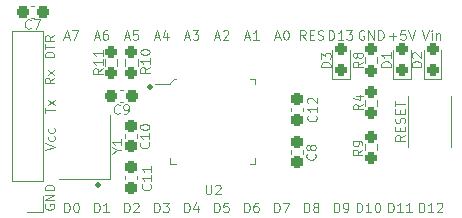
<source format=gto>
G04 #@! TF.GenerationSoftware,KiCad,Pcbnew,(6.0.11)*
G04 #@! TF.CreationDate,2023-03-04T17:47:10+01:00*
G04 #@! TF.ProjectId,ATMEGA328P_AU_BreadboardAdapter,41544d45-4741-4333-9238-505f41555f42,rev?*
G04 #@! TF.SameCoordinates,Original*
G04 #@! TF.FileFunction,Legend,Top*
G04 #@! TF.FilePolarity,Positive*
%FSLAX46Y46*%
G04 Gerber Fmt 4.6, Leading zero omitted, Abs format (unit mm)*
G04 Created by KiCad (PCBNEW (6.0.11)) date 2023-03-04 17:47:10*
%MOMM*%
%LPD*%
G01*
G04 APERTURE LIST*
G04 Aperture macros list*
%AMRoundRect*
0 Rectangle with rounded corners*
0 $1 Rounding radius*
0 $2 $3 $4 $5 $6 $7 $8 $9 X,Y pos of 4 corners*
0 Add a 4 corners polygon primitive as box body*
4,1,4,$2,$3,$4,$5,$6,$7,$8,$9,$2,$3,0*
0 Add four circle primitives for the rounded corners*
1,1,$1+$1,$2,$3*
1,1,$1+$1,$4,$5*
1,1,$1+$1,$6,$7*
1,1,$1+$1,$8,$9*
0 Add four rect primitives between the rounded corners*
20,1,$1+$1,$2,$3,$4,$5,0*
20,1,$1+$1,$4,$5,$6,$7,0*
20,1,$1+$1,$6,$7,$8,$9,0*
20,1,$1+$1,$8,$9,$2,$3,0*%
G04 Aperture macros list end*
%ADD10C,0.100000*%
%ADD11C,0.300000*%
%ADD12C,0.120000*%
%ADD13O,1.700000X1.700000*%
%ADD14RoundRect,0.237500X-0.237500X0.250000X-0.237500X-0.250000X0.237500X-0.250000X0.237500X0.250000X0*%
%ADD15RoundRect,0.237500X0.237500X-0.287500X0.237500X0.287500X-0.237500X0.287500X-0.237500X-0.287500X0*%
%ADD16RoundRect,0.237500X0.237500X-0.300000X0.237500X0.300000X-0.237500X0.300000X-0.237500X-0.300000X0*%
%ADD17R,1.725000X2.100000*%
%ADD18RoundRect,0.237500X-0.237500X0.300000X-0.237500X-0.300000X0.237500X-0.300000X0.237500X0.300000X0*%
%ADD19RoundRect,0.237500X0.237500X-0.250000X0.237500X0.250000X-0.237500X0.250000X-0.237500X-0.250000X0*%
%ADD20RoundRect,0.237500X-0.300000X-0.237500X0.300000X-0.237500X0.300000X0.237500X-0.300000X0.237500X0*%
%ADD21R,1.200000X1.600000*%
%ADD22C,0.700000*%
%ADD23R,1.700000X1.700000*%
%ADD24R,1.500000X0.550000*%
%ADD25R,0.550000X1.500000*%
G04 APERTURE END LIST*
D10*
X161291904Y-81182380D02*
X161291904Y-80725238D01*
X162091904Y-80953809D02*
X161291904Y-80953809D01*
X162091904Y-80534761D02*
X161558571Y-80115714D01*
X161558571Y-80534761D02*
X162091904Y-80115714D01*
D11*
X170150000Y-78935714D02*
X170221428Y-79007142D01*
X170150000Y-79078571D01*
X170078571Y-79007142D01*
X170150000Y-78935714D01*
X170150000Y-79078571D01*
D10*
X161325000Y-88934523D02*
X161286904Y-89010714D01*
X161286904Y-89125000D01*
X161325000Y-89239285D01*
X161401190Y-89315476D01*
X161477380Y-89353571D01*
X161629761Y-89391666D01*
X161744047Y-89391666D01*
X161896428Y-89353571D01*
X161972619Y-89315476D01*
X162048809Y-89239285D01*
X162086904Y-89125000D01*
X162086904Y-89048809D01*
X162048809Y-88934523D01*
X162010714Y-88896428D01*
X161744047Y-88896428D01*
X161744047Y-89048809D01*
X162086904Y-88553571D02*
X161286904Y-88553571D01*
X162086904Y-88096428D01*
X161286904Y-88096428D01*
X162086904Y-87715476D02*
X161286904Y-87715476D01*
X161286904Y-87525000D01*
X161325000Y-87410714D01*
X161401190Y-87334523D01*
X161477380Y-87296428D01*
X161629761Y-87258333D01*
X161744047Y-87258333D01*
X161896428Y-87296428D01*
X161972619Y-87334523D01*
X162048809Y-87410714D01*
X162086904Y-87525000D01*
X162086904Y-87715476D01*
X185328571Y-74986904D02*
X185328571Y-74186904D01*
X185519047Y-74186904D01*
X185633333Y-74225000D01*
X185709523Y-74301190D01*
X185747619Y-74377380D01*
X185785714Y-74529761D01*
X185785714Y-74644047D01*
X185747619Y-74796428D01*
X185709523Y-74872619D01*
X185633333Y-74948809D01*
X185519047Y-74986904D01*
X185328571Y-74986904D01*
X186547619Y-74986904D02*
X186090476Y-74986904D01*
X186319047Y-74986904D02*
X186319047Y-74186904D01*
X186242857Y-74301190D01*
X186166666Y-74377380D01*
X186090476Y-74415476D01*
X186814285Y-74186904D02*
X187309523Y-74186904D01*
X187042857Y-74491666D01*
X187157142Y-74491666D01*
X187233333Y-74529761D01*
X187271428Y-74567857D01*
X187309523Y-74644047D01*
X187309523Y-74834523D01*
X187271428Y-74910714D01*
X187233333Y-74948809D01*
X187157142Y-74986904D01*
X186928571Y-74986904D01*
X186852380Y-74948809D01*
X186814285Y-74910714D01*
X173078967Y-89586904D02*
X173078967Y-88786904D01*
X173269444Y-88786904D01*
X173383729Y-88825000D01*
X173459920Y-88901190D01*
X173498015Y-88977380D01*
X173536110Y-89129761D01*
X173536110Y-89244047D01*
X173498015Y-89396428D01*
X173459920Y-89472619D01*
X173383729Y-89548809D01*
X173269444Y-89586904D01*
X173078967Y-89586904D01*
X174221824Y-89053571D02*
X174221824Y-89586904D01*
X174031348Y-88748809D02*
X173840872Y-89320238D01*
X174336110Y-89320238D01*
X165478571Y-74758333D02*
X165859523Y-74758333D01*
X165402380Y-74986904D02*
X165669047Y-74186904D01*
X165935714Y-74986904D01*
X166545238Y-74186904D02*
X166392857Y-74186904D01*
X166316666Y-74225000D01*
X166278571Y-74263095D01*
X166202380Y-74377380D01*
X166164285Y-74529761D01*
X166164285Y-74834523D01*
X166202380Y-74910714D01*
X166240476Y-74948809D01*
X166316666Y-74986904D01*
X166469047Y-74986904D01*
X166545238Y-74948809D01*
X166583333Y-74910714D01*
X166621428Y-74834523D01*
X166621428Y-74644047D01*
X166583333Y-74567857D01*
X166545238Y-74529761D01*
X166469047Y-74491666D01*
X166316666Y-74491666D01*
X166240476Y-74529761D01*
X166202380Y-74567857D01*
X166164285Y-74644047D01*
X180778571Y-74758333D02*
X181159523Y-74758333D01*
X180702380Y-74986904D02*
X180969047Y-74186904D01*
X181235714Y-74986904D01*
X181654761Y-74186904D02*
X181730952Y-74186904D01*
X181807142Y-74225000D01*
X181845238Y-74263095D01*
X181883333Y-74339285D01*
X181921428Y-74491666D01*
X181921428Y-74682142D01*
X181883333Y-74834523D01*
X181845238Y-74910714D01*
X181807142Y-74948809D01*
X181730952Y-74986904D01*
X181654761Y-74986904D01*
X181578571Y-74948809D01*
X181540476Y-74910714D01*
X181502380Y-74834523D01*
X181464285Y-74682142D01*
X181464285Y-74491666D01*
X181502380Y-74339285D01*
X181540476Y-74263095D01*
X181578571Y-74225000D01*
X181654761Y-74186904D01*
X188290476Y-74225000D02*
X188214285Y-74186904D01*
X188100000Y-74186904D01*
X187985714Y-74225000D01*
X187909523Y-74301190D01*
X187871428Y-74377380D01*
X187833333Y-74529761D01*
X187833333Y-74644047D01*
X187871428Y-74796428D01*
X187909523Y-74872619D01*
X187985714Y-74948809D01*
X188100000Y-74986904D01*
X188176190Y-74986904D01*
X188290476Y-74948809D01*
X188328571Y-74910714D01*
X188328571Y-74644047D01*
X188176190Y-74644047D01*
X188671428Y-74986904D02*
X188671428Y-74186904D01*
X189128571Y-74986904D01*
X189128571Y-74186904D01*
X189509523Y-74986904D02*
X189509523Y-74186904D01*
X189700000Y-74186904D01*
X189814285Y-74225000D01*
X189890476Y-74301190D01*
X189928571Y-74377380D01*
X189966666Y-74529761D01*
X189966666Y-74644047D01*
X189928571Y-74796428D01*
X189890476Y-74872619D01*
X189814285Y-74948809D01*
X189700000Y-74986904D01*
X189509523Y-74986904D01*
X175678571Y-74758333D02*
X176059523Y-74758333D01*
X175602380Y-74986904D02*
X175869047Y-74186904D01*
X176135714Y-74986904D01*
X176364285Y-74263095D02*
X176402380Y-74225000D01*
X176478571Y-74186904D01*
X176669047Y-74186904D01*
X176745238Y-74225000D01*
X176783333Y-74263095D01*
X176821428Y-74339285D01*
X176821428Y-74415476D01*
X176783333Y-74529761D01*
X176326190Y-74986904D01*
X176821428Y-74986904D01*
X190421428Y-74682142D02*
X191030952Y-74682142D01*
X190726190Y-74986904D02*
X190726190Y-74377380D01*
X191792857Y-74186904D02*
X191411904Y-74186904D01*
X191373809Y-74567857D01*
X191411904Y-74529761D01*
X191488095Y-74491666D01*
X191678571Y-74491666D01*
X191754761Y-74529761D01*
X191792857Y-74567857D01*
X191830952Y-74644047D01*
X191830952Y-74834523D01*
X191792857Y-74910714D01*
X191754761Y-74948809D01*
X191678571Y-74986904D01*
X191488095Y-74986904D01*
X191411904Y-74948809D01*
X191373809Y-74910714D01*
X192059523Y-74186904D02*
X192326190Y-74986904D01*
X192592857Y-74186904D01*
X162086904Y-78201190D02*
X161705952Y-78467857D01*
X162086904Y-78658333D02*
X161286904Y-78658333D01*
X161286904Y-78353571D01*
X161325000Y-78277380D01*
X161363095Y-78239285D01*
X161439285Y-78201190D01*
X161553571Y-78201190D01*
X161629761Y-78239285D01*
X161667857Y-78277380D01*
X161705952Y-78353571D01*
X161705952Y-78658333D01*
X162086904Y-77934523D02*
X161553571Y-77515476D01*
X161553571Y-77934523D02*
X162086904Y-77515476D01*
X170578571Y-74758333D02*
X170959523Y-74758333D01*
X170502380Y-74986904D02*
X170769047Y-74186904D01*
X171035714Y-74986904D01*
X171645238Y-74453571D02*
X171645238Y-74986904D01*
X171454761Y-74148809D02*
X171264285Y-74720238D01*
X171759523Y-74720238D01*
X193230952Y-74186904D02*
X193497619Y-74986904D01*
X193764285Y-74186904D01*
X194030952Y-74986904D02*
X194030952Y-74453571D01*
X194030952Y-74186904D02*
X193992857Y-74225000D01*
X194030952Y-74263095D01*
X194069047Y-74225000D01*
X194030952Y-74186904D01*
X194030952Y-74263095D01*
X194411904Y-74453571D02*
X194411904Y-74986904D01*
X194411904Y-74529761D02*
X194450000Y-74491666D01*
X194526190Y-74453571D01*
X194640476Y-74453571D01*
X194716666Y-74491666D01*
X194754761Y-74567857D01*
X194754761Y-74986904D01*
X183354761Y-74986904D02*
X183088095Y-74605952D01*
X182897619Y-74986904D02*
X182897619Y-74186904D01*
X183202380Y-74186904D01*
X183278571Y-74225000D01*
X183316666Y-74263095D01*
X183354761Y-74339285D01*
X183354761Y-74453571D01*
X183316666Y-74529761D01*
X183278571Y-74567857D01*
X183202380Y-74605952D01*
X182897619Y-74605952D01*
X183697619Y-74567857D02*
X183964285Y-74567857D01*
X184078571Y-74986904D02*
X183697619Y-74986904D01*
X183697619Y-74186904D01*
X184078571Y-74186904D01*
X184383333Y-74948809D02*
X184497619Y-74986904D01*
X184688095Y-74986904D01*
X184764285Y-74948809D01*
X184802380Y-74910714D01*
X184840476Y-74834523D01*
X184840476Y-74758333D01*
X184802380Y-74682142D01*
X184764285Y-74644047D01*
X184688095Y-74605952D01*
X184535714Y-74567857D01*
X184459523Y-74529761D01*
X184421428Y-74491666D01*
X184383333Y-74415476D01*
X184383333Y-74339285D01*
X184421428Y-74263095D01*
X184459523Y-74225000D01*
X184535714Y-74186904D01*
X184726190Y-74186904D01*
X184840476Y-74225000D01*
X187678571Y-89586904D02*
X187678571Y-88786904D01*
X187869047Y-88786904D01*
X187983333Y-88825000D01*
X188059523Y-88901190D01*
X188097619Y-88977380D01*
X188135714Y-89129761D01*
X188135714Y-89244047D01*
X188097619Y-89396428D01*
X188059523Y-89472619D01*
X187983333Y-89548809D01*
X187869047Y-89586904D01*
X187678571Y-89586904D01*
X188897619Y-89586904D02*
X188440476Y-89586904D01*
X188669047Y-89586904D02*
X188669047Y-88786904D01*
X188592857Y-88901190D01*
X188516666Y-88977380D01*
X188440476Y-89015476D01*
X189392857Y-88786904D02*
X189469047Y-88786904D01*
X189545238Y-88825000D01*
X189583333Y-88863095D01*
X189621428Y-88939285D01*
X189659523Y-89091666D01*
X189659523Y-89282142D01*
X189621428Y-89434523D01*
X189583333Y-89510714D01*
X189545238Y-89548809D01*
X189469047Y-89586904D01*
X189392857Y-89586904D01*
X189316666Y-89548809D01*
X189278571Y-89510714D01*
X189240476Y-89434523D01*
X189202380Y-89282142D01*
X189202380Y-89091666D01*
X189240476Y-88939285D01*
X189278571Y-88863095D01*
X189316666Y-88825000D01*
X189392857Y-88786904D01*
X180687300Y-89586904D02*
X180687300Y-88786904D01*
X180877777Y-88786904D01*
X180992062Y-88825000D01*
X181068253Y-88901190D01*
X181106348Y-88977380D01*
X181144443Y-89129761D01*
X181144443Y-89244047D01*
X181106348Y-89396428D01*
X181068253Y-89472619D01*
X180992062Y-89548809D01*
X180877777Y-89586904D01*
X180687300Y-89586904D01*
X181411110Y-88786904D02*
X181944443Y-88786904D01*
X181601586Y-89586904D01*
X192953571Y-89586904D02*
X192953571Y-88786904D01*
X193144047Y-88786904D01*
X193258333Y-88825000D01*
X193334523Y-88901190D01*
X193372619Y-88977380D01*
X193410714Y-89129761D01*
X193410714Y-89244047D01*
X193372619Y-89396428D01*
X193334523Y-89472619D01*
X193258333Y-89548809D01*
X193144047Y-89586904D01*
X192953571Y-89586904D01*
X194172619Y-89586904D02*
X193715476Y-89586904D01*
X193944047Y-89586904D02*
X193944047Y-88786904D01*
X193867857Y-88901190D01*
X193791666Y-88977380D01*
X193715476Y-89015476D01*
X194477380Y-88863095D02*
X194515476Y-88825000D01*
X194591666Y-88786904D01*
X194782142Y-88786904D01*
X194858333Y-88825000D01*
X194896428Y-88863095D01*
X194934523Y-88939285D01*
X194934523Y-89015476D01*
X194896428Y-89129761D01*
X194439285Y-89586904D01*
X194934523Y-89586904D01*
X161291904Y-84292380D02*
X162091904Y-84025714D01*
X161291904Y-83759047D01*
X162053809Y-83149523D02*
X162091904Y-83225714D01*
X162091904Y-83378095D01*
X162053809Y-83454285D01*
X162015714Y-83492380D01*
X161939523Y-83530476D01*
X161710952Y-83530476D01*
X161634761Y-83492380D01*
X161596666Y-83454285D01*
X161558571Y-83378095D01*
X161558571Y-83225714D01*
X161596666Y-83149523D01*
X162053809Y-82463809D02*
X162091904Y-82540000D01*
X162091904Y-82692380D01*
X162053809Y-82768571D01*
X162015714Y-82806666D01*
X161939523Y-82844761D01*
X161710952Y-82844761D01*
X161634761Y-82806666D01*
X161596666Y-82768571D01*
X161558571Y-82692380D01*
X161558571Y-82540000D01*
X161596666Y-82463809D01*
X162934523Y-89586904D02*
X162934523Y-88786904D01*
X163125000Y-88786904D01*
X163239285Y-88825000D01*
X163315476Y-88901190D01*
X163353571Y-88977380D01*
X163391666Y-89129761D01*
X163391666Y-89244047D01*
X163353571Y-89396428D01*
X163315476Y-89472619D01*
X163239285Y-89548809D01*
X163125000Y-89586904D01*
X162934523Y-89586904D01*
X163886904Y-88786904D02*
X163963095Y-88786904D01*
X164039285Y-88825000D01*
X164077380Y-88863095D01*
X164115476Y-88939285D01*
X164153571Y-89091666D01*
X164153571Y-89282142D01*
X164115476Y-89434523D01*
X164077380Y-89510714D01*
X164039285Y-89548809D01*
X163963095Y-89586904D01*
X163886904Y-89586904D01*
X163810714Y-89548809D01*
X163772619Y-89510714D01*
X163734523Y-89434523D01*
X163696428Y-89282142D01*
X163696428Y-89091666D01*
X163734523Y-88939285D01*
X163772619Y-88863095D01*
X163810714Y-88825000D01*
X163886904Y-88786904D01*
X178228571Y-74758333D02*
X178609523Y-74758333D01*
X178152380Y-74986904D02*
X178419047Y-74186904D01*
X178685714Y-74986904D01*
X179371428Y-74986904D02*
X178914285Y-74986904D01*
X179142857Y-74986904D02*
X179142857Y-74186904D01*
X179066666Y-74301190D01*
X178990476Y-74377380D01*
X178914285Y-74415476D01*
X168028571Y-74758333D02*
X168409523Y-74758333D01*
X167952380Y-74986904D02*
X168219047Y-74186904D01*
X168485714Y-74986904D01*
X169133333Y-74186904D02*
X168752380Y-74186904D01*
X168714285Y-74567857D01*
X168752380Y-74529761D01*
X168828571Y-74491666D01*
X169019047Y-74491666D01*
X169095238Y-74529761D01*
X169133333Y-74567857D01*
X169171428Y-74644047D01*
X169171428Y-74834523D01*
X169133333Y-74910714D01*
X169095238Y-74948809D01*
X169019047Y-74986904D01*
X168828571Y-74986904D01*
X168752380Y-74948809D01*
X168714285Y-74910714D01*
X162928571Y-74758333D02*
X163309523Y-74758333D01*
X162852380Y-74986904D02*
X163119047Y-74186904D01*
X163385714Y-74986904D01*
X163576190Y-74186904D02*
X164109523Y-74186904D01*
X163766666Y-74986904D01*
X165470634Y-89586904D02*
X165470634Y-88786904D01*
X165661111Y-88786904D01*
X165775396Y-88825000D01*
X165851587Y-88901190D01*
X165889682Y-88977380D01*
X165927777Y-89129761D01*
X165927777Y-89244047D01*
X165889682Y-89396428D01*
X165851587Y-89472619D01*
X165775396Y-89548809D01*
X165661111Y-89586904D01*
X165470634Y-89586904D01*
X166689682Y-89586904D02*
X166232539Y-89586904D01*
X166461111Y-89586904D02*
X166461111Y-88786904D01*
X166384920Y-88901190D01*
X166308730Y-88977380D01*
X166232539Y-89015476D01*
D11*
X165800000Y-87185714D02*
X165871428Y-87257142D01*
X165800000Y-87328571D01*
X165728571Y-87257142D01*
X165800000Y-87185714D01*
X165800000Y-87328571D01*
D10*
X191761904Y-83061904D02*
X191380952Y-83328571D01*
X191761904Y-83519047D02*
X190961904Y-83519047D01*
X190961904Y-83214285D01*
X191000000Y-83138095D01*
X191038095Y-83100000D01*
X191114285Y-83061904D01*
X191228571Y-83061904D01*
X191304761Y-83100000D01*
X191342857Y-83138095D01*
X191380952Y-83214285D01*
X191380952Y-83519047D01*
X191342857Y-82719047D02*
X191342857Y-82452380D01*
X191761904Y-82338095D02*
X191761904Y-82719047D01*
X190961904Y-82719047D01*
X190961904Y-82338095D01*
X191723809Y-82033333D02*
X191761904Y-81919047D01*
X191761904Y-81728571D01*
X191723809Y-81652380D01*
X191685714Y-81614285D01*
X191609523Y-81576190D01*
X191533333Y-81576190D01*
X191457142Y-81614285D01*
X191419047Y-81652380D01*
X191380952Y-81728571D01*
X191342857Y-81880952D01*
X191304761Y-81957142D01*
X191266666Y-81995238D01*
X191190476Y-82033333D01*
X191114285Y-82033333D01*
X191038095Y-81995238D01*
X191000000Y-81957142D01*
X190961904Y-81880952D01*
X190961904Y-81690476D01*
X191000000Y-81576190D01*
X191342857Y-81233333D02*
X191342857Y-80966666D01*
X191761904Y-80852380D02*
X191761904Y-81233333D01*
X190961904Y-81233333D01*
X190961904Y-80852380D01*
X190961904Y-80623809D02*
X190961904Y-80166666D01*
X191761904Y-80395238D02*
X190961904Y-80395238D01*
X162086904Y-76474285D02*
X161286904Y-76474285D01*
X161286904Y-76283809D01*
X161325000Y-76169523D01*
X161401190Y-76093333D01*
X161477380Y-76055238D01*
X161629761Y-76017142D01*
X161744047Y-76017142D01*
X161896428Y-76055238D01*
X161972619Y-76093333D01*
X162048809Y-76169523D01*
X162086904Y-76283809D01*
X162086904Y-76474285D01*
X161286904Y-75788571D02*
X161286904Y-75331428D01*
X162086904Y-75560000D02*
X161286904Y-75560000D01*
X162086904Y-74607619D02*
X161705952Y-74874285D01*
X162086904Y-75064761D02*
X161286904Y-75064761D01*
X161286904Y-74760000D01*
X161325000Y-74683809D01*
X161363095Y-74645714D01*
X161439285Y-74607619D01*
X161553571Y-74607619D01*
X161629761Y-74645714D01*
X161667857Y-74683809D01*
X161705952Y-74760000D01*
X161705952Y-75064761D01*
X190353571Y-89586904D02*
X190353571Y-88786904D01*
X190544047Y-88786904D01*
X190658333Y-88825000D01*
X190734523Y-88901190D01*
X190772619Y-88977380D01*
X190810714Y-89129761D01*
X190810714Y-89244047D01*
X190772619Y-89396428D01*
X190734523Y-89472619D01*
X190658333Y-89548809D01*
X190544047Y-89586904D01*
X190353571Y-89586904D01*
X191572619Y-89586904D02*
X191115476Y-89586904D01*
X191344047Y-89586904D02*
X191344047Y-88786904D01*
X191267857Y-88901190D01*
X191191666Y-88977380D01*
X191115476Y-89015476D01*
X192334523Y-89586904D02*
X191877380Y-89586904D01*
X192105952Y-89586904D02*
X192105952Y-88786904D01*
X192029761Y-88901190D01*
X191953571Y-88977380D01*
X191877380Y-89015476D01*
X168006745Y-89586904D02*
X168006745Y-88786904D01*
X168197222Y-88786904D01*
X168311507Y-88825000D01*
X168387698Y-88901190D01*
X168425793Y-88977380D01*
X168463888Y-89129761D01*
X168463888Y-89244047D01*
X168425793Y-89396428D01*
X168387698Y-89472619D01*
X168311507Y-89548809D01*
X168197222Y-89586904D01*
X168006745Y-89586904D01*
X168768650Y-88863095D02*
X168806745Y-88825000D01*
X168882936Y-88786904D01*
X169073412Y-88786904D01*
X169149602Y-88825000D01*
X169187698Y-88863095D01*
X169225793Y-88939285D01*
X169225793Y-89015476D01*
X169187698Y-89129761D01*
X168730555Y-89586904D01*
X169225793Y-89586904D01*
X175615078Y-89586904D02*
X175615078Y-88786904D01*
X175805555Y-88786904D01*
X175919840Y-88825000D01*
X175996031Y-88901190D01*
X176034126Y-88977380D01*
X176072221Y-89129761D01*
X176072221Y-89244047D01*
X176034126Y-89396428D01*
X175996031Y-89472619D01*
X175919840Y-89548809D01*
X175805555Y-89586904D01*
X175615078Y-89586904D01*
X176796031Y-88786904D02*
X176415078Y-88786904D01*
X176376983Y-89167857D01*
X176415078Y-89129761D01*
X176491269Y-89091666D01*
X176681745Y-89091666D01*
X176757935Y-89129761D01*
X176796031Y-89167857D01*
X176834126Y-89244047D01*
X176834126Y-89434523D01*
X176796031Y-89510714D01*
X176757935Y-89548809D01*
X176681745Y-89586904D01*
X176491269Y-89586904D01*
X176415078Y-89548809D01*
X176376983Y-89510714D01*
X173128571Y-74758333D02*
X173509523Y-74758333D01*
X173052380Y-74986904D02*
X173319047Y-74186904D01*
X173585714Y-74986904D01*
X173776190Y-74186904D02*
X174271428Y-74186904D01*
X174004761Y-74491666D01*
X174119047Y-74491666D01*
X174195238Y-74529761D01*
X174233333Y-74567857D01*
X174271428Y-74644047D01*
X174271428Y-74834523D01*
X174233333Y-74910714D01*
X174195238Y-74948809D01*
X174119047Y-74986904D01*
X173890476Y-74986904D01*
X173814285Y-74948809D01*
X173776190Y-74910714D01*
X185759523Y-89586904D02*
X185759523Y-88786904D01*
X185950000Y-88786904D01*
X186064285Y-88825000D01*
X186140476Y-88901190D01*
X186178571Y-88977380D01*
X186216666Y-89129761D01*
X186216666Y-89244047D01*
X186178571Y-89396428D01*
X186140476Y-89472619D01*
X186064285Y-89548809D01*
X185950000Y-89586904D01*
X185759523Y-89586904D01*
X186597619Y-89586904D02*
X186750000Y-89586904D01*
X186826190Y-89548809D01*
X186864285Y-89510714D01*
X186940476Y-89396428D01*
X186978571Y-89244047D01*
X186978571Y-88939285D01*
X186940476Y-88863095D01*
X186902380Y-88825000D01*
X186826190Y-88786904D01*
X186673809Y-88786904D01*
X186597619Y-88825000D01*
X186559523Y-88863095D01*
X186521428Y-88939285D01*
X186521428Y-89129761D01*
X186559523Y-89205952D01*
X186597619Y-89244047D01*
X186673809Y-89282142D01*
X186826190Y-89282142D01*
X186902380Y-89244047D01*
X186940476Y-89205952D01*
X186978571Y-89129761D01*
X178151189Y-89586904D02*
X178151189Y-88786904D01*
X178341666Y-88786904D01*
X178455951Y-88825000D01*
X178532142Y-88901190D01*
X178570237Y-88977380D01*
X178608332Y-89129761D01*
X178608332Y-89244047D01*
X178570237Y-89396428D01*
X178532142Y-89472619D01*
X178455951Y-89548809D01*
X178341666Y-89586904D01*
X178151189Y-89586904D01*
X179294046Y-88786904D02*
X179141666Y-88786904D01*
X179065475Y-88825000D01*
X179027380Y-88863095D01*
X178951189Y-88977380D01*
X178913094Y-89129761D01*
X178913094Y-89434523D01*
X178951189Y-89510714D01*
X178989285Y-89548809D01*
X179065475Y-89586904D01*
X179217856Y-89586904D01*
X179294046Y-89548809D01*
X179332142Y-89510714D01*
X179370237Y-89434523D01*
X179370237Y-89244047D01*
X179332142Y-89167857D01*
X179294046Y-89129761D01*
X179217856Y-89091666D01*
X179065475Y-89091666D01*
X178989285Y-89129761D01*
X178951189Y-89167857D01*
X178913094Y-89244047D01*
X183223411Y-89586904D02*
X183223411Y-88786904D01*
X183413888Y-88786904D01*
X183528173Y-88825000D01*
X183604364Y-88901190D01*
X183642459Y-88977380D01*
X183680554Y-89129761D01*
X183680554Y-89244047D01*
X183642459Y-89396428D01*
X183604364Y-89472619D01*
X183528173Y-89548809D01*
X183413888Y-89586904D01*
X183223411Y-89586904D01*
X184137697Y-89129761D02*
X184061507Y-89091666D01*
X184023411Y-89053571D01*
X183985316Y-88977380D01*
X183985316Y-88939285D01*
X184023411Y-88863095D01*
X184061507Y-88825000D01*
X184137697Y-88786904D01*
X184290078Y-88786904D01*
X184366268Y-88825000D01*
X184404364Y-88863095D01*
X184442459Y-88939285D01*
X184442459Y-88977380D01*
X184404364Y-89053571D01*
X184366268Y-89091666D01*
X184290078Y-89129761D01*
X184137697Y-89129761D01*
X184061507Y-89167857D01*
X184023411Y-89205952D01*
X183985316Y-89282142D01*
X183985316Y-89434523D01*
X184023411Y-89510714D01*
X184061507Y-89548809D01*
X184137697Y-89586904D01*
X184290078Y-89586904D01*
X184366268Y-89548809D01*
X184404364Y-89510714D01*
X184442459Y-89434523D01*
X184442459Y-89282142D01*
X184404364Y-89205952D01*
X184366268Y-89167857D01*
X184290078Y-89129761D01*
X170542856Y-89586904D02*
X170542856Y-88786904D01*
X170733333Y-88786904D01*
X170847618Y-88825000D01*
X170923809Y-88901190D01*
X170961904Y-88977380D01*
X170999999Y-89129761D01*
X170999999Y-89244047D01*
X170961904Y-89396428D01*
X170923809Y-89472619D01*
X170847618Y-89548809D01*
X170733333Y-89586904D01*
X170542856Y-89586904D01*
X171266666Y-88786904D02*
X171761904Y-88786904D01*
X171495237Y-89091666D01*
X171609523Y-89091666D01*
X171685713Y-89129761D01*
X171723809Y-89167857D01*
X171761904Y-89244047D01*
X171761904Y-89434523D01*
X171723809Y-89510714D01*
X171685713Y-89548809D01*
X171609523Y-89586904D01*
X171380952Y-89586904D01*
X171304761Y-89548809D01*
X171266666Y-89510714D01*
X188191904Y-80433333D02*
X187810952Y-80700000D01*
X188191904Y-80890476D02*
X187391904Y-80890476D01*
X187391904Y-80585714D01*
X187430000Y-80509523D01*
X187468095Y-80471428D01*
X187544285Y-80433333D01*
X187658571Y-80433333D01*
X187734761Y-80471428D01*
X187772857Y-80509523D01*
X187810952Y-80585714D01*
X187810952Y-80890476D01*
X187658571Y-79747619D02*
X188191904Y-79747619D01*
X187353809Y-79938095D02*
X187925238Y-80128571D01*
X187925238Y-79633333D01*
X190561904Y-77265476D02*
X189761904Y-77265476D01*
X189761904Y-77075000D01*
X189800000Y-76960714D01*
X189876190Y-76884523D01*
X189952380Y-76846428D01*
X190104761Y-76808333D01*
X190219047Y-76808333D01*
X190371428Y-76846428D01*
X190447619Y-76884523D01*
X190523809Y-76960714D01*
X190561904Y-77075000D01*
X190561904Y-77265476D01*
X190561904Y-76046428D02*
X190561904Y-76503571D01*
X190561904Y-76275000D02*
X189761904Y-76275000D01*
X189876190Y-76351190D01*
X189952380Y-76427380D01*
X189990476Y-76503571D01*
X193161904Y-77265476D02*
X192361904Y-77265476D01*
X192361904Y-77075000D01*
X192400000Y-76960714D01*
X192476190Y-76884523D01*
X192552380Y-76846428D01*
X192704761Y-76808333D01*
X192819047Y-76808333D01*
X192971428Y-76846428D01*
X193047619Y-76884523D01*
X193123809Y-76960714D01*
X193161904Y-77075000D01*
X193161904Y-77265476D01*
X192438095Y-76503571D02*
X192400000Y-76465476D01*
X192361904Y-76389285D01*
X192361904Y-76198809D01*
X192400000Y-76122619D01*
X192438095Y-76084523D01*
X192514285Y-76046428D01*
X192590476Y-76046428D01*
X192704761Y-76084523D01*
X193161904Y-76541666D01*
X193161904Y-76046428D01*
X188161904Y-84283333D02*
X187780952Y-84550000D01*
X188161904Y-84740476D02*
X187361904Y-84740476D01*
X187361904Y-84435714D01*
X187400000Y-84359523D01*
X187438095Y-84321428D01*
X187514285Y-84283333D01*
X187628571Y-84283333D01*
X187704761Y-84321428D01*
X187742857Y-84359523D01*
X187780952Y-84435714D01*
X187780952Y-84740476D01*
X188161904Y-83902380D02*
X188161904Y-83750000D01*
X188123809Y-83673809D01*
X188085714Y-83635714D01*
X187971428Y-83559523D01*
X187819047Y-83521428D01*
X187514285Y-83521428D01*
X187438095Y-83559523D01*
X187400000Y-83597619D01*
X187361904Y-83673809D01*
X187361904Y-83826190D01*
X187400000Y-83902380D01*
X187438095Y-83940476D01*
X187514285Y-83978571D01*
X187704761Y-83978571D01*
X187780952Y-83940476D01*
X187819047Y-83902380D01*
X187857142Y-83826190D01*
X187857142Y-83673809D01*
X187819047Y-83597619D01*
X187780952Y-83559523D01*
X187704761Y-83521428D01*
X188191904Y-76830833D02*
X187810952Y-77097500D01*
X188191904Y-77287976D02*
X187391904Y-77287976D01*
X187391904Y-76983214D01*
X187430000Y-76907023D01*
X187468095Y-76868928D01*
X187544285Y-76830833D01*
X187658571Y-76830833D01*
X187734761Y-76868928D01*
X187772857Y-76907023D01*
X187810952Y-76983214D01*
X187810952Y-77287976D01*
X187734761Y-76373690D02*
X187696666Y-76449880D01*
X187658571Y-76487976D01*
X187582380Y-76526071D01*
X187544285Y-76526071D01*
X187468095Y-76487976D01*
X187430000Y-76449880D01*
X187391904Y-76373690D01*
X187391904Y-76221309D01*
X187430000Y-76145119D01*
X187468095Y-76107023D01*
X187544285Y-76068928D01*
X187582380Y-76068928D01*
X187658571Y-76107023D01*
X187696666Y-76145119D01*
X187734761Y-76221309D01*
X187734761Y-76373690D01*
X187772857Y-76449880D01*
X187810952Y-76487976D01*
X187887142Y-76526071D01*
X188039523Y-76526071D01*
X188115714Y-76487976D01*
X188153809Y-76449880D01*
X188191904Y-76373690D01*
X188191904Y-76221309D01*
X188153809Y-76145119D01*
X188115714Y-76107023D01*
X188039523Y-76068928D01*
X187887142Y-76068928D01*
X187810952Y-76107023D01*
X187772857Y-76145119D01*
X187734761Y-76221309D01*
X170055714Y-83654285D02*
X170093809Y-83692380D01*
X170131904Y-83806666D01*
X170131904Y-83882857D01*
X170093809Y-83997142D01*
X170017619Y-84073333D01*
X169941428Y-84111428D01*
X169789047Y-84149523D01*
X169674761Y-84149523D01*
X169522380Y-84111428D01*
X169446190Y-84073333D01*
X169370000Y-83997142D01*
X169331904Y-83882857D01*
X169331904Y-83806666D01*
X169370000Y-83692380D01*
X169408095Y-83654285D01*
X170131904Y-82892380D02*
X170131904Y-83349523D01*
X170131904Y-83120952D02*
X169331904Y-83120952D01*
X169446190Y-83197142D01*
X169522380Y-83273333D01*
X169560476Y-83349523D01*
X169331904Y-82397142D02*
X169331904Y-82320952D01*
X169370000Y-82244761D01*
X169408095Y-82206666D01*
X169484285Y-82168571D01*
X169636666Y-82130476D01*
X169827142Y-82130476D01*
X169979523Y-82168571D01*
X170055714Y-82206666D01*
X170093809Y-82244761D01*
X170131904Y-82320952D01*
X170131904Y-82397142D01*
X170093809Y-82473333D01*
X170055714Y-82511428D01*
X169979523Y-82549523D01*
X169827142Y-82587619D01*
X169636666Y-82587619D01*
X169484285Y-82549523D01*
X169408095Y-82511428D01*
X169370000Y-82473333D01*
X169331904Y-82397142D01*
X167380952Y-84350952D02*
X167761904Y-84350952D01*
X166961904Y-84617619D02*
X167380952Y-84350952D01*
X166961904Y-84084285D01*
X167761904Y-83398571D02*
X167761904Y-83855714D01*
X167761904Y-83627142D02*
X166961904Y-83627142D01*
X167076190Y-83703333D01*
X167152380Y-83779523D01*
X167190476Y-83855714D01*
X184235714Y-81409285D02*
X184273809Y-81447380D01*
X184311904Y-81561666D01*
X184311904Y-81637857D01*
X184273809Y-81752142D01*
X184197619Y-81828333D01*
X184121428Y-81866428D01*
X183969047Y-81904523D01*
X183854761Y-81904523D01*
X183702380Y-81866428D01*
X183626190Y-81828333D01*
X183550000Y-81752142D01*
X183511904Y-81637857D01*
X183511904Y-81561666D01*
X183550000Y-81447380D01*
X183588095Y-81409285D01*
X184311904Y-80647380D02*
X184311904Y-81104523D01*
X184311904Y-80875952D02*
X183511904Y-80875952D01*
X183626190Y-80952142D01*
X183702380Y-81028333D01*
X183740476Y-81104523D01*
X183588095Y-80342619D02*
X183550000Y-80304523D01*
X183511904Y-80228333D01*
X183511904Y-80037857D01*
X183550000Y-79961666D01*
X183588095Y-79923571D01*
X183664285Y-79885476D01*
X183740476Y-79885476D01*
X183854761Y-79923571D01*
X184311904Y-80380714D01*
X184311904Y-79885476D01*
X166161904Y-77414285D02*
X165780952Y-77680952D01*
X166161904Y-77871428D02*
X165361904Y-77871428D01*
X165361904Y-77566666D01*
X165400000Y-77490476D01*
X165438095Y-77452380D01*
X165514285Y-77414285D01*
X165628571Y-77414285D01*
X165704761Y-77452380D01*
X165742857Y-77490476D01*
X165780952Y-77566666D01*
X165780952Y-77871428D01*
X166161904Y-76652380D02*
X166161904Y-77109523D01*
X166161904Y-76880952D02*
X165361904Y-76880952D01*
X165476190Y-76957142D01*
X165552380Y-77033333D01*
X165590476Y-77109523D01*
X166161904Y-75890476D02*
X166161904Y-76347619D01*
X166161904Y-76119047D02*
X165361904Y-76119047D01*
X165476190Y-76195238D01*
X165552380Y-76271428D01*
X165590476Y-76347619D01*
X160079166Y-73985714D02*
X160041071Y-74023809D01*
X159926785Y-74061904D01*
X159850595Y-74061904D01*
X159736309Y-74023809D01*
X159660119Y-73947619D01*
X159622023Y-73871428D01*
X159583928Y-73719047D01*
X159583928Y-73604761D01*
X159622023Y-73452380D01*
X159660119Y-73376190D01*
X159736309Y-73300000D01*
X159850595Y-73261904D01*
X159926785Y-73261904D01*
X160041071Y-73300000D01*
X160079166Y-73338095D01*
X160345833Y-73261904D02*
X160879166Y-73261904D01*
X160536309Y-74061904D01*
X170185714Y-87214285D02*
X170223809Y-87252380D01*
X170261904Y-87366666D01*
X170261904Y-87442857D01*
X170223809Y-87557142D01*
X170147619Y-87633333D01*
X170071428Y-87671428D01*
X169919047Y-87709523D01*
X169804761Y-87709523D01*
X169652380Y-87671428D01*
X169576190Y-87633333D01*
X169500000Y-87557142D01*
X169461904Y-87442857D01*
X169461904Y-87366666D01*
X169500000Y-87252380D01*
X169538095Y-87214285D01*
X170261904Y-86452380D02*
X170261904Y-86909523D01*
X170261904Y-86680952D02*
X169461904Y-86680952D01*
X169576190Y-86757142D01*
X169652380Y-86833333D01*
X169690476Y-86909523D01*
X170261904Y-85690476D02*
X170261904Y-86147619D01*
X170261904Y-85919047D02*
X169461904Y-85919047D01*
X169576190Y-85995238D01*
X169652380Y-86071428D01*
X169690476Y-86147619D01*
X184135714Y-84638333D02*
X184173809Y-84676428D01*
X184211904Y-84790714D01*
X184211904Y-84866904D01*
X184173809Y-84981190D01*
X184097619Y-85057380D01*
X184021428Y-85095476D01*
X183869047Y-85133571D01*
X183754761Y-85133571D01*
X183602380Y-85095476D01*
X183526190Y-85057380D01*
X183450000Y-84981190D01*
X183411904Y-84866904D01*
X183411904Y-84790714D01*
X183450000Y-84676428D01*
X183488095Y-84638333D01*
X183754761Y-84181190D02*
X183716666Y-84257380D01*
X183678571Y-84295476D01*
X183602380Y-84333571D01*
X183564285Y-84333571D01*
X183488095Y-84295476D01*
X183450000Y-84257380D01*
X183411904Y-84181190D01*
X183411904Y-84028809D01*
X183450000Y-83952619D01*
X183488095Y-83914523D01*
X183564285Y-83876428D01*
X183602380Y-83876428D01*
X183678571Y-83914523D01*
X183716666Y-83952619D01*
X183754761Y-84028809D01*
X183754761Y-84181190D01*
X183792857Y-84257380D01*
X183830952Y-84295476D01*
X183907142Y-84333571D01*
X184059523Y-84333571D01*
X184135714Y-84295476D01*
X184173809Y-84257380D01*
X184211904Y-84181190D01*
X184211904Y-84028809D01*
X184173809Y-83952619D01*
X184135714Y-83914523D01*
X184059523Y-83876428D01*
X183907142Y-83876428D01*
X183830952Y-83914523D01*
X183792857Y-83952619D01*
X183754761Y-84028809D01*
X167616666Y-81185714D02*
X167578571Y-81223809D01*
X167464285Y-81261904D01*
X167388095Y-81261904D01*
X167273809Y-81223809D01*
X167197619Y-81147619D01*
X167159523Y-81071428D01*
X167121428Y-80919047D01*
X167121428Y-80804761D01*
X167159523Y-80652380D01*
X167197619Y-80576190D01*
X167273809Y-80500000D01*
X167388095Y-80461904D01*
X167464285Y-80461904D01*
X167578571Y-80500000D01*
X167616666Y-80538095D01*
X167997619Y-81261904D02*
X168150000Y-81261904D01*
X168226190Y-81223809D01*
X168264285Y-81185714D01*
X168340476Y-81071428D01*
X168378571Y-80919047D01*
X168378571Y-80614285D01*
X168340476Y-80538095D01*
X168302380Y-80500000D01*
X168226190Y-80461904D01*
X168073809Y-80461904D01*
X167997619Y-80500000D01*
X167959523Y-80538095D01*
X167921428Y-80614285D01*
X167921428Y-80804761D01*
X167959523Y-80880952D01*
X167997619Y-80919047D01*
X168073809Y-80957142D01*
X168226190Y-80957142D01*
X168302380Y-80919047D01*
X168340476Y-80880952D01*
X168378571Y-80804761D01*
X174890476Y-87261904D02*
X174890476Y-87909523D01*
X174928571Y-87985714D01*
X174966666Y-88023809D01*
X175042857Y-88061904D01*
X175195238Y-88061904D01*
X175271428Y-88023809D01*
X175309523Y-87985714D01*
X175347619Y-87909523D01*
X175347619Y-87261904D01*
X175690476Y-87338095D02*
X175728571Y-87300000D01*
X175804761Y-87261904D01*
X175995238Y-87261904D01*
X176071428Y-87300000D01*
X176109523Y-87338095D01*
X176147619Y-87414285D01*
X176147619Y-87490476D01*
X176109523Y-87604761D01*
X175652380Y-88061904D01*
X176147619Y-88061904D01*
X170161904Y-77314285D02*
X169780952Y-77580952D01*
X170161904Y-77771428D02*
X169361904Y-77771428D01*
X169361904Y-77466666D01*
X169400000Y-77390476D01*
X169438095Y-77352380D01*
X169514285Y-77314285D01*
X169628571Y-77314285D01*
X169704761Y-77352380D01*
X169742857Y-77390476D01*
X169780952Y-77466666D01*
X169780952Y-77771428D01*
X170161904Y-76552380D02*
X170161904Y-77009523D01*
X170161904Y-76780952D02*
X169361904Y-76780952D01*
X169476190Y-76857142D01*
X169552380Y-76933333D01*
X169590476Y-77009523D01*
X169361904Y-76057142D02*
X169361904Y-75980952D01*
X169400000Y-75904761D01*
X169438095Y-75866666D01*
X169514285Y-75828571D01*
X169666666Y-75790476D01*
X169857142Y-75790476D01*
X170009523Y-75828571D01*
X170085714Y-75866666D01*
X170123809Y-75904761D01*
X170161904Y-75980952D01*
X170161904Y-76057142D01*
X170123809Y-76133333D01*
X170085714Y-76171428D01*
X170009523Y-76209523D01*
X169857142Y-76247619D01*
X169666666Y-76247619D01*
X169514285Y-76209523D01*
X169438095Y-76171428D01*
X169400000Y-76133333D01*
X169361904Y-76057142D01*
X185461904Y-77307976D02*
X184661904Y-77307976D01*
X184661904Y-77117500D01*
X184700000Y-77003214D01*
X184776190Y-76927023D01*
X184852380Y-76888928D01*
X185004761Y-76850833D01*
X185119047Y-76850833D01*
X185271428Y-76888928D01*
X185347619Y-76927023D01*
X185423809Y-77003214D01*
X185461904Y-77117500D01*
X185461904Y-77307976D01*
X184661904Y-76584166D02*
X184661904Y-76088928D01*
X184966666Y-76355595D01*
X184966666Y-76241309D01*
X185004761Y-76165119D01*
X185042857Y-76127023D01*
X185119047Y-76088928D01*
X185309523Y-76088928D01*
X185385714Y-76127023D01*
X185423809Y-76165119D01*
X185461904Y-76241309D01*
X185461904Y-76469880D01*
X185423809Y-76546071D01*
X185385714Y-76584166D01*
D12*
X188377500Y-80045276D02*
X188377500Y-80554724D01*
X189422500Y-80045276D02*
X189422500Y-80554724D01*
X190765000Y-78335000D02*
X192235000Y-78335000D01*
X192235000Y-78335000D02*
X192235000Y-75875000D01*
X190765000Y-75875000D02*
X190765000Y-78335000D01*
X193365000Y-78335000D02*
X194835000Y-78335000D01*
X194835000Y-78335000D02*
X194835000Y-75875000D01*
X193365000Y-75875000D02*
X193365000Y-78335000D01*
X189422500Y-83845276D02*
X189422500Y-84354724D01*
X188377500Y-83845276D02*
X188377500Y-84354724D01*
X188377500Y-76442776D02*
X188377500Y-76952224D01*
X189422500Y-76442776D02*
X189422500Y-76952224D01*
X169110000Y-83296267D02*
X169110000Y-83003733D01*
X168090000Y-83296267D02*
X168090000Y-83003733D01*
X166787500Y-86750000D02*
X166787500Y-81350000D01*
X162487500Y-86750000D02*
X166787500Y-86750000D01*
X182140000Y-80748733D02*
X182140000Y-81041267D01*
X183160000Y-80748733D02*
X183160000Y-81041267D01*
X167422500Y-77167224D02*
X167422500Y-76657776D01*
X166377500Y-77167224D02*
X166377500Y-76657776D01*
X160103733Y-72090000D02*
X160396267Y-72090000D01*
X160103733Y-73110000D02*
X160396267Y-73110000D01*
X195632500Y-79731000D02*
X195632500Y-84049000D01*
X192050500Y-84049000D02*
X192050500Y-79731000D01*
X169110000Y-86503733D02*
X169110000Y-86796267D01*
X168090000Y-86503733D02*
X168090000Y-86796267D01*
X183160000Y-84621267D02*
X183160000Y-84328733D01*
X182140000Y-84621267D02*
X182140000Y-84328733D01*
X161130000Y-88240000D02*
X161130000Y-89570000D01*
X161130000Y-74210000D02*
X158470000Y-74210000D01*
X161130000Y-86970000D02*
X158470000Y-86970000D01*
X158470000Y-86970000D02*
X158470000Y-74210000D01*
X161130000Y-89570000D02*
X159800000Y-89570000D01*
X161130000Y-86970000D02*
X161130000Y-74210000D01*
X167603733Y-79240000D02*
X167896267Y-79240000D01*
X167603733Y-80260000D02*
X167896267Y-80260000D01*
D10*
X179100000Y-78270000D02*
X178650000Y-78270000D01*
X171900000Y-85470000D02*
X172350000Y-85470000D01*
X179100000Y-85470000D02*
X179100000Y-85020000D01*
X171900000Y-85470000D02*
X171900000Y-85020000D01*
X171900000Y-78720000D02*
X170600000Y-78720000D01*
X172250000Y-78270000D02*
X171900000Y-78620000D01*
X179100000Y-85470000D02*
X178650000Y-85470000D01*
X172350000Y-78270000D02*
X172250000Y-78270000D01*
X171900000Y-78620000D02*
X171900000Y-78720000D01*
X179100000Y-78270000D02*
X179100000Y-78720000D01*
D12*
X168077500Y-76657776D02*
X168077500Y-77167224D01*
X169122500Y-76657776D02*
X169122500Y-77167224D01*
X185615000Y-75875000D02*
X185615000Y-78335000D01*
X185615000Y-78335000D02*
X187085000Y-78335000D01*
X187085000Y-78335000D02*
X187085000Y-75875000D01*
%LPC*%
D13*
X194030000Y-90780000D03*
X191490000Y-90780000D03*
X188950000Y-90780000D03*
X186410000Y-90780000D03*
X183870000Y-90780000D03*
X181330000Y-90780000D03*
X178790000Y-90780000D03*
X176250000Y-90780000D03*
X173710000Y-90780000D03*
X171170000Y-90780000D03*
X168630000Y-90780000D03*
X166090000Y-90780000D03*
X163550000Y-90780000D03*
X194000000Y-73000000D03*
X191460000Y-73000000D03*
X188920000Y-73000000D03*
X186380000Y-73000000D03*
X183840000Y-73000000D03*
X181300000Y-73000000D03*
X178760000Y-73000000D03*
X176220000Y-73000000D03*
X173680000Y-73000000D03*
X171140000Y-73000000D03*
X168600000Y-73000000D03*
X166060000Y-73000000D03*
X163520000Y-73000000D03*
D14*
X188900000Y-81212500D03*
X188900000Y-79387500D03*
D15*
X191500000Y-75800000D03*
X191500000Y-77550000D03*
X194100000Y-75800000D03*
X194100000Y-77550000D03*
D14*
X188900000Y-83187500D03*
X188900000Y-85012500D03*
X188900000Y-75785000D03*
X188900000Y-77610000D03*
D16*
X168600000Y-84012500D03*
X168600000Y-82287500D03*
D17*
X165725000Y-85500000D03*
X165725000Y-82600000D03*
X163550000Y-82600000D03*
X163550000Y-85500000D03*
D18*
X182650000Y-80032500D03*
X182650000Y-81757500D03*
D19*
X166900000Y-77825000D03*
X166900000Y-76000000D03*
D20*
X159387500Y-72600000D03*
X161112500Y-72600000D03*
D21*
X194802500Y-79540500D03*
X194802500Y-84239500D03*
X192918000Y-79540500D03*
X192918000Y-84239500D03*
D22*
X195162000Y-81890000D03*
X192558500Y-81890000D03*
D18*
X168600000Y-85787500D03*
X168600000Y-87512500D03*
D16*
X182650000Y-85337500D03*
X182650000Y-83612500D03*
D23*
X159800000Y-88240000D03*
D13*
X159800000Y-83160000D03*
X159800000Y-80620000D03*
X159800000Y-78080000D03*
X159800000Y-75540000D03*
D20*
X166887500Y-79750000D03*
X168612500Y-79750000D03*
D24*
X171300000Y-79070000D03*
X171300000Y-79870000D03*
X171300000Y-80670000D03*
X171300000Y-81470000D03*
X171300000Y-82270000D03*
X171300000Y-83070000D03*
X171300000Y-83870000D03*
X171300000Y-84670000D03*
D25*
X172700000Y-86070000D03*
X173500000Y-86070000D03*
X174300000Y-86070000D03*
X175100000Y-86070000D03*
X175900000Y-86070000D03*
X176700000Y-86070000D03*
X177500000Y-86070000D03*
X178300000Y-86070000D03*
D24*
X179700000Y-84670000D03*
X179700000Y-83870000D03*
X179700000Y-83070000D03*
X179700000Y-82270000D03*
X179700000Y-81470000D03*
X179700000Y-80670000D03*
X179700000Y-79870000D03*
X179700000Y-79070000D03*
D25*
X178300000Y-77670000D03*
X177500000Y-77670000D03*
X176700000Y-77670000D03*
X175900000Y-77670000D03*
X175100000Y-77670000D03*
X174300000Y-77670000D03*
X173500000Y-77670000D03*
X172700000Y-77670000D03*
D14*
X168600000Y-76000000D03*
X168600000Y-77825000D03*
D15*
X186350000Y-75800000D03*
X186350000Y-77550000D03*
M02*

</source>
